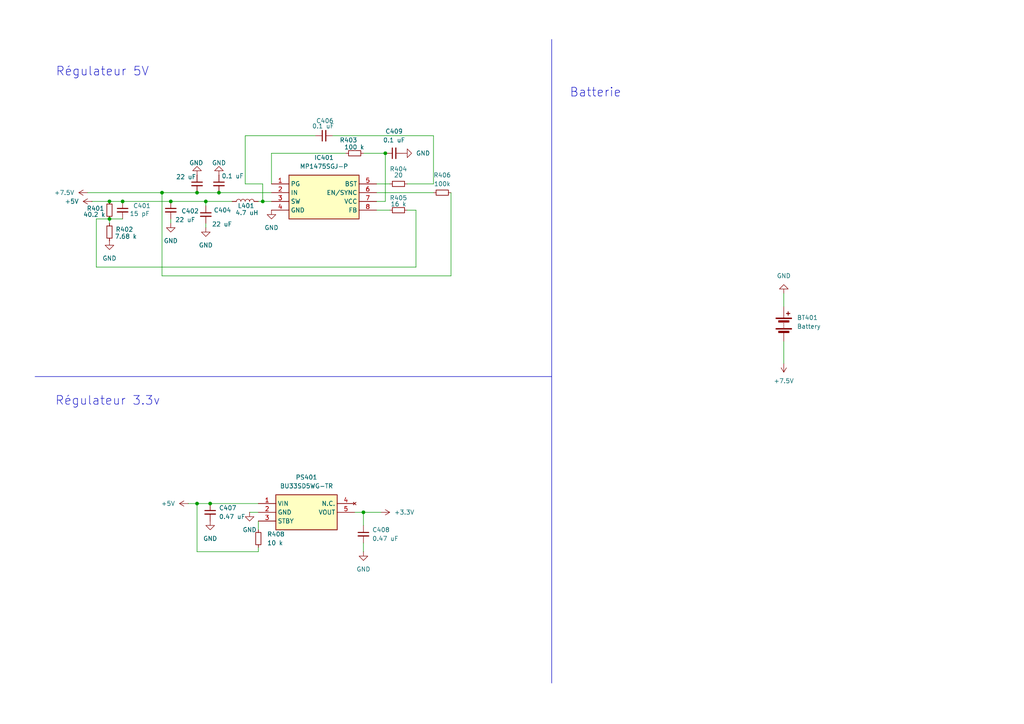
<source format=kicad_sch>
(kicad_sch (version 20231120) (generator "eeschema") (generator_version "8.0")
  (paper "A4")
  (lib_symbols
    (symbol "BU33SD5WG-TR:BU33SD5WG-TR"
      (property "Reference" "PS" (at 24.13 7.62 0))
      (property "Value" "BU33SD5WG-TR" (at 24.13 5.08 0))
      (symbol "BU33SD5WG-TR_1_1"
        (rectangle (start 5.08 2.54) (end 22.86 -7.62) (stroke (width 0.254)) (fill (type background)))
        (pin passive line (at 0 0 0) (length 5.08) (name "VIN") (number "1"))
        (pin passive line (at 0 -2.54 0) (length 5.08) (name "GND") (number "2"))
        (pin passive line (at 0 -5.08 0) (length 5.08) (name "STBY") (number "3"))
        (pin no_connect line (at 27.94 0 180) (length 5.08) (name "N.C.") (number "4"))
        (pin passive line (at 27.94 -2.54 180) (length 5.08) (name "VOUT") (number "5"))
      )
    )
    (symbol "Device:Battery" (pin_numbers hide) (pin_names (offset 0) hide)
      (property "Reference" "BT" (at 2.54 2.54 0))
      (property "Value" "Battery" (at 2.54 0 0))
      (symbol "Battery_0_1"
        (rectangle (start -2.286 -1.27) (end 2.286 -1.524) (fill (type outline)))
        (rectangle (start -2.286 1.778) (end 2.286 1.524) (fill (type outline)))
        (rectangle (start -1.524 -2.032) (end 1.524 -2.54) (fill (type outline)))
        (rectangle (start -1.524 1.016) (end 1.524 0.508) (fill (type outline)))
        (polyline (pts (xy 0 -1.016) (xy 0 -0.762)))
        (polyline (pts (xy 0 -0.508) (xy 0 -0.254)))
        (polyline (pts (xy 0 0) (xy 0 0.254)))
        (polyline (pts (xy 0 1.778) (xy 0 2.54)))
        (polyline (pts (xy 0.762 3.048) (xy 1.778 3.048)) (stroke (width 0.254)))
        (polyline (pts (xy 1.27 3.556) (xy 1.27 2.54)) (stroke (width 0.254)))
      )
      (symbol "Battery_1_1"
        (pin passive line (at 0 5.08 270) (length 2.54) (name "+") (number "1"))
        (pin passive line (at 0 -5.08 90) (length 2.54) (name "-") (number "2"))
      )
    )
    (symbol "Device:C_Small" (pin_numbers hide) (pin_names (offset 0.254) hide)
      (property "Reference" "C" (at 0.254 1.778 0))
      (property "Value" "C_Small" (at 0.254 -2.032 0))
      (symbol "C_Small_0_1"
        (polyline (pts (xy -1.524 -0.508) (xy 1.524 -0.508)) (stroke (width 0.3302)))
        (polyline (pts (xy -1.524 0.508) (xy 1.524 0.508)) (stroke (width 0.3048)))
      )
      (symbol "C_Small_1_1"
        (pin passive line (at 0 2.54 270) (length 2.032) (name "~") (number "1"))
        (pin passive line (at 0 -2.54 90) (length 2.032) (name "~") (number "2"))
      )
    )
    (symbol "Device:L" (pin_numbers hide) (pin_names (offset 1.016) hide)
      (property "Reference" "L" (at -1.27 0 90))
      (property "Value" "L" (at 1.905 0 90))
      (symbol "L_0_1"
        (arc (start 0 -2.54) (mid 0.6323 -1.905) (end 0 -1.27))
        (arc (start 0 -1.27) (mid 0.6323 -0.635) (end 0 0))
        (arc (start 0 0) (mid 0.6323 0.635) (end 0 1.27))
        (arc (start 0 1.27) (mid 0.6323 1.905) (end 0 2.54))
      )
      (symbol "L_1_1"
        (pin passive line (at 0 3.81 270) (length 1.27) (name "1") (number "1"))
        (pin passive line (at 0 -3.81 90) (length 1.27) (name "2") (number "2"))
      )
    )
    (symbol "Device:R_Small" (pin_numbers hide) (pin_names (offset 0.254) hide)
      (property "Reference" "R" (at 0.762 0.508 0))
      (property "Value" "R_Small" (at 0.762 -1.016 0))
      (symbol "R_Small_0_1"
        (rectangle (start -0.762 1.778) (end 0.762 -1.778) (stroke (width 0.2032)))
      )
      (symbol "R_Small_1_1"
        (pin passive line (at 0 2.54 270) (length 0.762) (name "~") (number "1"))
        (pin passive line (at 0 -2.54 90) (length 0.762) (name "~") (number "2"))
      )
    )
    (symbol "MP1475SGJ-P:MP1475SGJ-P"
      (property "Reference" "IC" (at 26.67 7.62 0))
      (property "Value" "MP1475SGJ-P" (at 26.67 5.08 0))
      (symbol "MP1475SGJ-P_1_1"
        (rectangle (start 5.08 2.54) (end 25.4 -10.16) (stroke (width 0.254)) (fill (type background)))
        (pin passive line (at 0 0 0) (length 5.08) (name "PG") (number "1"))
        (pin passive line (at 0 -2.54 0) (length 5.08) (name "IN") (number "2"))
        (pin passive line (at 0 -5.08 0) (length 5.08) (name "SW") (number "3"))
        (pin passive line (at 0 -7.62 0) (length 5.08) (name "GND") (number "4"))
        (pin passive line (at 30.48 0 180) (length 5.08) (name "BST") (number "5"))
        (pin passive line (at 30.48 -2.54 180) (length 5.08) (name "EN/SYNC") (number "6"))
        (pin passive line (at 30.48 -5.08 180) (length 5.08) (name "VCC") (number "7"))
        (pin passive line (at 30.48 -7.62 180) (length 5.08) (name "FB") (number "8"))
      )
    )
    (symbol "power:+3.3V" (power) (pin_numbers hide) (pin_names (offset 0) hide)
      (property "Value" "+3.3V" (at 0 3.556 0))
      (symbol "+3.3V_0_1"
        (polyline (pts (xy -0.762 1.27) (xy 0 2.54)))
        (polyline (pts (xy 0 0) (xy 0 2.54)))
        (polyline (pts (xy 0 2.54) (xy 0.762 1.27)))
      )
      (symbol "+3.3V_1_1"
        (pin power_in line (at 0 0 90) (length 0) (name "~") (number "1"))
      )
    )
    (symbol "power:+5V" (power) (pin_numbers hide) (pin_names (offset 0) hide)
      (property "Value" "+5V" (at 0 3.556 0))
      (symbol "+5V_0_1"
        (polyline (pts (xy -0.762 1.27) (xy 0 2.54)))
        (polyline (pts (xy 0 0) (xy 0 2.54)))
        (polyline (pts (xy 0 2.54) (xy 0.762 1.27)))
      )
      (symbol "+5V_1_1"
        (pin power_in line (at 0 0 90) (length 0) (name "~") (number "1"))
      )
    )
    (symbol "power:+7.5V" (power) (pin_numbers hide) (pin_names (offset 0) hide)
      (property "Value" "+7.5V" (at 0 3.556 0))
      (symbol "+7.5V_0_1"
        (polyline (pts (xy -0.762 1.27) (xy 0 2.54)))
        (polyline (pts (xy 0 0) (xy 0 2.54)))
        (polyline (pts (xy 0 2.54) (xy 0.762 1.27)))
      )
      (symbol "+7.5V_1_1"
        (pin power_in line (at 0 0 90) (length 0) (name "~") (number "1"))
      )
    )
    (symbol "power:GND" (power) (pin_numbers hide) (pin_names (offset 0) hide)
      (property "Value" "GND" (at 0 -3.81 0))
      (symbol "GND_0_1"
        (polyline (pts (xy 0 0) (xy 0 -1.27) (xy 1.27 -1.27) (xy 0 -2.54) (xy -1.27 -1.27) (xy 0 -1.27)))
      )
      (symbol "GND_1_1"
        (pin power_in line (at 0 0 270) (length 0) (name "~") (number "1"))
      )
    )
  )
  (junction (at 59.69 58.42))
  (junction (at 31.75 58.42))
  (junction (at 57.15 55.88))
  (junction (at 60.96 146.05))
  (junction (at 57.15 146.05))
  (junction (at 49.53 58.42))
  (junction (at 46.99 55.88))
  (junction (at 31.75 63.5))
  (junction (at 105.41 148.59))
  (junction (at 111.76 44.45))
  (junction (at 35.56 58.42))
  (junction (at 76.2 58.42))
  (junction (at 63.5 55.88))
  (wire (pts (xy 72.39 148.59) (xy 74.93 148.59)))
  (wire (pts (xy 71.12 39.37) (xy 71.12 53.34)))
  (wire (pts (xy 46.99 55.88) (xy 57.15 55.88)))
  (wire (pts (xy 100.33 44.45) (xy 78.74 44.45)))
  (wire (pts (xy 111.76 44.45) (xy 105.41 44.45)))
  (wire (pts (xy 59.69 64.77) (xy 59.69 66.04)))
  (wire (pts (xy 60.96 146.05) (xy 74.93 146.05)))
  (wire (pts (xy 57.15 55.88) (xy 63.5 55.88)))
  (wire (pts (xy 109.22 55.88) (xy 125.73 55.88)))
  (wire (pts (xy 63.5 55.88) (xy 78.74 55.88)))
  (wire (pts (xy 57.15 146.05) (xy 60.96 146.05)))
  (wire (pts (xy 125.73 53.34) (xy 118.11 53.34)))
  (wire (pts (xy 25.4 55.88) (xy 46.99 55.88)))
  (polyline (pts (xy 10.16 109.22) (xy 160.02 109.22)))
  (wire (pts (xy 71.12 53.34) (xy 76.2 53.34)))
  (wire (pts (xy 74.93 153.67) (xy 74.93 151.13)))
  (wire (pts (xy 54.61 146.05) (xy 57.15 146.05)))
  (wire (pts (xy 91.44 39.37) (xy 71.12 39.37)))
  (polyline (pts (xy 160.02 11.43) (xy 160.02 198.12)))
  (wire (pts (xy 109.22 60.96) (xy 113.03 60.96)))
  (wire (pts (xy 105.41 148.59) (xy 105.41 152.4)))
  (wire (pts (xy 76.2 53.34) (xy 76.2 58.42)))
  (wire (pts (xy 227.33 99.06) (xy 227.33 105.41)))
  (wire (pts (xy 130.81 80.01) (xy 46.99 80.01)))
  (wire (pts (xy 35.56 58.42) (xy 49.53 58.42)))
  (wire (pts (xy 105.41 160.02) (xy 105.41 157.48)))
  (wire (pts (xy 74.93 160.02) (xy 57.15 160.02)))
  (wire (pts (xy 125.73 53.34) (xy 125.73 39.37)))
  (wire (pts (xy 120.65 60.96) (xy 118.11 60.96)))
  (wire (pts (xy 130.81 55.88) (xy 130.81 80.01)))
  (wire (pts (xy 78.74 44.45) (xy 78.74 53.34)))
  (wire (pts (xy 59.69 59.69) (xy 59.69 58.42)))
  (wire (pts (xy 74.93 158.75) (xy 74.93 160.02)))
  (wire (pts (xy 31.75 58.42) (xy 35.56 58.42)))
  (wire (pts (xy 27.94 77.47) (xy 120.65 77.47)))
  (wire (pts (xy 76.2 58.42) (xy 78.74 58.42)))
  (wire (pts (xy 26.67 58.42) (xy 31.75 58.42)))
  (wire (pts (xy 57.15 160.02) (xy 57.15 146.05)))
  (wire (pts (xy 27.94 63.5) (xy 31.75 63.5)))
  (wire (pts (xy 111.76 58.42) (xy 111.76 44.45)))
  (wire (pts (xy 49.53 64.77) (xy 49.53 63.5)))
  (wire (pts (xy 27.94 63.5) (xy 27.94 77.47)))
  (wire (pts (xy 49.53 58.42) (xy 59.69 58.42)))
  (wire (pts (xy 109.22 53.34) (xy 113.03 53.34)))
  (wire (pts (xy 109.22 58.42) (xy 111.76 58.42)))
  (wire (pts (xy 227.33 85.09) (xy 227.33 88.9)))
  (wire (pts (xy 102.87 148.59) (xy 105.41 148.59)))
  (wire (pts (xy 46.99 55.88) (xy 46.99 80.01)))
  (wire (pts (xy 59.69 58.42) (xy 67.31 58.42)))
  (wire (pts (xy 105.41 148.59) (xy 110.49 148.59)))
  (wire (pts (xy 31.75 63.5) (xy 35.56 63.5)))
  (wire (pts (xy 31.75 63.5) (xy 31.75 64.77)))
  (wire (pts (xy 74.93 58.42) (xy 76.2 58.42)))
  (wire (pts (xy 120.65 77.47) (xy 120.65 60.96)))
  (wire (pts (xy 125.73 39.37) (xy 96.52 39.37)))
  (text "Régulateur 5V" (at 29.718 20.828 0) (effects (font (size 2.54 2.54))))
  (text "Régulateur 3.3v\n" (at 31.242 116.332 0) (effects (font (size 2.54 2.54))))
  (text "Batterie\n" (at 172.72 26.924 0) (effects (font (size 2.54 2.54))))
  (symbol (lib_id "Device:C_Small") (at 93.98 39.37 90) (unit 1)
    (property "Reference" "C406" (at 94.234 35.052 90))
    (property "Value" "0.1 uF" (at 93.726 36.576 90))
    (property "Description" "Unpolarized capacitor, small symbol" (effects (hide yes)))
  )
  (symbol (lib_id "power:GND") (at 63.5 50.8 180) (unit 1)
    (property "Reference" "#PWR0407" (effects (hide yes)))
    (property "Value" "GND" (at 61.468 47.244 0) (effects (justify right)))
    (property "Description" "Power symbol creates a global label with name \"GND\" , ground" (effects (hide yes)))
  )
  (symbol (lib_id "power:+7.5V") (at 25.4 55.88 90) (unit 1)
    (property "Reference" "#PWR0401" (effects (hide yes)))
    (property "Value" "+7.5V" (at 21.59 55.8799 90) (effects (justify left)))
    (property "Description" "Power symbol creates a global label with name \"+7.5V\"" (effects (hide yes)))
  )
  (symbol (lib_id "Device:C_Small") (at 59.69 62.23 0) (unit 1)
    (property "Reference" "C404" (at 61.976 60.96 0) (effects (justify left)))
    (property "Value" "22 uF" (at 61.468 65.024 0) (effects (justify left)))
    (property "Description" "Unpolarized capacitor, small symbol" (effects (hide yes)))
  )
  (symbol (lib_id "power:GND") (at 116.84 44.45 90) (unit 1)
    (property "Reference" "#PWR0409" (effects (hide yes)))
    (property "Value" "GND" (at 120.65 44.4499 90) (effects (justify right)))
    (property "Description" "Power symbol creates a global label with name \"GND\" , ground" (effects (hide yes)))
  )
  (symbol (lib_id "Device:R_Small") (at 74.93 156.21 0) (unit 1)
    (property "Reference" "R408" (at 77.47 154.9399 0) (effects (justify left)))
    (property "Value" "10 k" (at 77.47 157.4799 0) (effects (justify left)))
    (property "Description" "Resistor, small symbol" (effects (hide yes)))
  )
  (symbol (lib_id "Device:R_Small") (at 128.27 55.88 90) (unit 1)
    (property "Reference" "R406" (at 128.27 50.8 90))
    (property "Value" "100k" (at 128.27 53.34 90))
    (property "Description" "Resistor, small symbol" (effects (hide yes)))
  )
  (symbol (lib_id "power:+7.5V") (at 227.33 105.41 180) (unit 1)
    (property "Reference" "#PWR0419" (effects (hide yes)))
    (property "Value" "+7.5V" (at 227.33 110.49 0))
    (property "Description" "Power symbol creates a global label with name \"+7.5V\"" (effects (hide yes)))
  )
  (symbol (lib_id "Device:C_Small") (at 57.15 53.34 0) (unit 1)
    (property "Reference" "C403" (effects (hide yes)))
    (property "Value" "22 uF" (at 51.054 51.308 0) (effects (justify left)))
    (property "Description" "Unpolarized capacitor, small symbol" (effects (hide yes)))
  )
  (symbol (lib_id "Device:C_Small") (at 105.41 154.94 0) (unit 1)
    (property "Reference" "C408" (at 107.95 153.6762 0) (effects (justify left)))
    (property "Value" "0.47 uF" (at 107.95 156.2162 0) (effects (justify left)))
    (property "Description" "Unpolarized capacitor, small symbol" (effects (hide yes)))
  )
  (symbol (lib_id "power:GND") (at 57.15 50.8 180) (unit 1)
    (property "Reference" "#PWR0405" (effects (hide yes)))
    (property "Value" "GND" (at 54.864 47.244 0) (effects (justify right)))
    (property "Description" "Power symbol creates a global label with name \"GND\" , ground" (effects (hide yes)))
  )
  (symbol (lib_id "Device:R_Small") (at 31.75 60.96 180) (unit 1)
    (property "Reference" "R401" (at 25.146 60.452 0) (effects (justify right)))
    (property "Value" "40.2 k" (at 24.13 62.23 0) (effects (justify right)))
    (property "Description" "Resistor, small symbol" (effects (hide yes)))
  )
  (symbol (lib_id "power:GND") (at 78.74 60.96 0) (unit 1)
    (property "Reference" "#PWR0408" (effects (hide yes)))
    (property "Value" "GND" (at 78.74 66.04 0))
    (property "Description" "Power symbol creates a global label with name \"GND\" , ground" (effects (hide yes)))
  )
  (symbol (lib_id "power:GND") (at 72.39 148.59 0) (unit 1)
    (property "Reference" "#PWR0415" (effects (hide yes)))
    (property "Value" "GND" (at 72.39 153.67 0))
    (property "Description" "Power symbol creates a global label with name \"GND\" , ground" (effects (hide yes)))
  )
  (symbol (lib_id "power:GND") (at 31.75 69.85 0) (unit 1)
    (property "Reference" "#PWR0403" (effects (hide yes)))
    (property "Value" "GND" (at 31.75 74.93 0))
    (property "Description" "Power symbol creates a global label with name \"GND\" , ground" (effects (hide yes)))
  )
  (symbol (lib_id "Device:C_Small") (at 60.96 148.59 0) (unit 1)
    (property "Reference" "C407" (at 63.5 147.3262 0) (effects (justify left)))
    (property "Value" "0.47 uF" (at 63.5 149.8662 0) (effects (justify left)))
    (property "Description" "Unpolarized capacitor, small symbol" (effects (hide yes)))
  )
  (symbol (lib_id "power:GND") (at 105.41 160.02 0) (unit 1)
    (property "Reference" "#PWR0416" (effects (hide yes)))
    (property "Value" "GND" (at 105.41 165.1 0))
    (property "Description" "Power symbol creates a global label with name \"GND\" , ground" (effects (hide yes)))
  )
  (symbol (lib_id "Device:C_Small") (at 114.3 44.45 90) (unit 1)
    (property "Reference" "C409" (at 114.3063 38.1 90))
    (property "Value" "0.1 uF" (at 114.3063 40.64 90))
    (property "Description" "Unpolarized capacitor, small symbol" (effects (hide yes)))
  )
  (symbol (lib_id "power:+3.3V") (at 110.49 148.59 270) (unit 1)
    (property "Reference" "#PWR0417" (effects (hide yes)))
    (property "Value" "+3.3V" (at 114.3 148.5899 90) (effects (justify left)))
    (property "Description" "Power symbol creates a global label with name \"+3.3V\"" (effects (hide yes)))
  )
  (symbol (lib_id "Device:R_Small") (at 115.57 53.34 90) (unit 1)
    (property "Reference" "R404" (at 115.57 49.022 90))
    (property "Value" "20" (at 115.57 50.8 90))
    (property "Description" "Resistor, small symbol" (effects (hide yes)))
  )
  (symbol (lib_id "Device:C_Small") (at 49.53 60.96 0) (unit 1)
    (property "Reference" "C402" (at 52.578 61.214 0) (effects (justify left)))
    (property "Value" "22 uF" (at 50.8 63.754 0) (effects (justify left)))
    (property "Description" "Unpolarized capacitor, small symbol" (effects (hide yes)))
  )
  (symbol (lib_id "power:+5V") (at 26.67 58.42 90) (unit 1)
    (property "Reference" "#PWR0402" (effects (hide yes)))
    (property "Value" "+5V" (at 22.86 58.4199 90) (effects (justify left)))
    (property "Description" "Power symbol creates a global label with name \"+5V\"" (effects (hide yes)))
  )
  (symbol (lib_id "power:GND") (at 49.53 64.77 0) (unit 1)
    (property "Reference" "#PWR0404" (effects (hide yes)))
    (property "Value" "GND" (at 49.53 69.85 0))
    (property "Description" "Power symbol creates a global label with name \"GND\" , ground" (effects (hide yes)))
  )
  (symbol (lib_id "BU33SD5WG-TR:BU33SD5WG-TR") (at 74.93 146.05 0) (unit 1)
    (property "Reference" "PS401" (at 88.9 138.43 0))
    (property "Value" "BU33SD5WG-TR" (at 88.9 140.97 0))
    (property "Footprint" "SOT95P280X125-5N" (effects (hide yes)))
    (property "Datasheet" "https://componentsearchengine.com/Datasheets/1/BU33SD5WG-TR.pdf" (effects (hide yes)))
    (property "Description" "LDO regulator,3.3V,0.5A,standby,SSOP5 ROHM BU33SD5WG-TR, LDO Voltage Regulator, 0.5A, 3.3 V +/-2%, 1.7  6 Vin, 5-Pin SSOP" (effects (hide yes)))
    (property "Height" "1.25" (effects (hide yes)))
    (property "Manufacturer_Name" "ROHM Semiconductor" (effects (hide yes)))
    (property "Manufacturer_Part_Number" "BU33SD5WG-TR" (effects (hide yes)))
    (property "Mouser Part Number" "755-BU33SD5WG-TR" (effects (hide yes)))
    (property "Mouser Price/Stock" "https://www.mouser.co.uk/ProductDetail/ROHM-Semiconductor/BU33SD5WG-TR?qs=%2FKR40Cd6GUrQDzRkUEt69Q%3D%3D" (effects (hide yes)))
  )
  (symbol (lib_id "Device:R_Small") (at 31.75 67.31 0) (unit 1)
    (property "Reference" "R402" (at 33.528 66.548 0) (effects (justify left)))
    (property "Value" "7.68 k" (at 33.274 68.58 0) (effects (justify left)))
    (property "Description" "Resistor, small symbol" (effects (hide yes)))
  )
  (symbol (lib_id "power:GND") (at 227.33 85.09 180) (unit 1)
    (property "Reference" "#PWR0418" (effects (hide yes)))
    (property "Value" "GND" (at 227.33 80.01 0))
    (property "Description" "Power symbol creates a global label with name \"GND\" , ground" (effects (hide yes)))
  )
  (symbol (lib_id "MP1475SGJ-P:MP1475SGJ-P") (at 78.74 53.34 0) (unit 1)
    (property "Reference" "IC401" (at 93.98 45.72 0))
    (property "Value" "MP1475SGJ-P" (at 93.98 48.26 0))
    (property "Footprint" "SOT65P280X100-8N" (effects (hide yes)))
    (property "Datasheet" "http://media.digikey.com/pdf/Data%20Sheets/Monolithic%20Power%20PDF" (effects (hide yes)))
    (property "Description" "Switching Voltage Regulators 3A 16V 500kHz Synch Step-Down Conv W/PG" (effects (hide yes)))
    (property "Height" "1" (effects (hide yes)))
    (property "Manufacturer_Name" "Monolithic Power Systems (MPS)" (effects (hide yes)))
    (property "Manufacturer_Part_Number" "MP1475SGJ-P" (effects (hide yes)))
    (property "Mouser Part Number" "946-MP1475SGJ-P" (effects (hide yes)))
    (property "Mouser Price/Stock" "https://www.mouser.co.uk/ProductDetail/Monolithic-Power-Systems-MPS/MP1475SGJ-P?qs=FIQZoK1q933LtAjxu26L8w%3D%3D" (effects (hide yes)))
  )
  (symbol (lib_id "power:GND") (at 59.69 66.04 0) (unit 1)
    (property "Reference" "#PWR0406" (effects (hide yes)))
    (property "Value" "GND" (at 59.69 71.12 0))
    (property "Description" "Power symbol creates a global label with name \"GND\" , ground" (effects (hide yes)))
  )
  (symbol (lib_id "Device:R_Small") (at 102.87 44.45 270) (unit 1)
    (property "Reference" "R403" (at 103.632 40.64 90) (effects (justify right)))
    (property "Value" "100 k" (at 105.664 42.672 90) (effects (justify right)))
    (property "Description" "Resistor, small symbol" (effects (hide yes)))
  )
  (symbol (lib_id "Device:C_Small") (at 35.56 60.96 0) (unit 1)
    (property "Reference" "C401" (at 38.608 59.69 0) (effects (justify left)))
    (property "Value" "15 pF" (at 37.592 61.976 0) (effects (justify left)))
    (property "Description" "Unpolarized capacitor, small symbol" (effects (hide yes)))
  )
  (symbol (lib_id "power:+5V") (at 54.61 146.05 90) (unit 1)
    (property "Reference" "#PWR0413" (effects (hide yes)))
    (property "Value" "+5V" (at 50.8 146.0499 90) (effects (justify left)))
    (property "Description" "Power symbol creates a global label with name \"+5V\"" (effects (hide yes)))
  )
  (symbol (lib_id "Device:Battery") (at 227.33 93.98 0) (unit 1)
    (property "Reference" "BT401" (at 231.14 92.1384 0) (effects (justify left)))
    (property "Value" "Battery" (at 231.14 94.6784 0) (effects (justify left)))
    (property "Description" "Multiple-cell battery" (effects (hide yes)))
  )
  (symbol (lib_id "power:GND") (at 60.96 151.13 0) (unit 1)
    (property "Reference" "#PWR0414" (effects (hide yes)))
    (property "Value" "GND" (at 60.96 156.21 0))
    (property "Description" "Power symbol creates a global label with name \"GND\" , ground" (effects (hide yes)))
  )
  (symbol (lib_id "Device:C_Small") (at 63.5 53.34 0) (unit 1)
    (property "Reference" "C405" (effects (hide yes)))
    (property "Value" "0.1 uF" (at 64.262 51.054 0) (effects (justify left)))
    (property "Description" "Unpolarized capacitor, small symbol" (effects (hide yes)))
  )
  (symbol (lib_id "Device:R_Small") (at 115.57 60.96 90) (unit 1)
    (property "Reference" "R405" (at 115.57 57.404 90))
    (property "Value" "16 k" (at 115.57 59.182 90))
    (property "Description" "Resistor, small symbol" (effects (hide yes)))
  )
  (symbol (lib_id "Device:L") (at 71.12 58.42 90) (unit 1)
    (property "Reference" "L401" (at 71.374 59.69 90))
    (property "Value" "4.7 uH" (at 71.628 61.722 90))
    (property "Description" "Inductor" (effects (hide yes)))
  )
)
</source>
